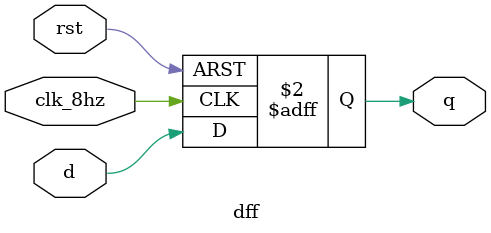
<source format=v>
module dff(
    input clk_8hz, rst,

    input d,
    output reg q
    //output reg qBar
    );

    always @(posedge clk_8hz, posedge rst) begin
        if (rst) begin
            q <= 0;
            //qBar <= 0;
        end

        else begin
            q <= d;
            //qBar <= !q;
        end
    end

endmodule

</source>
